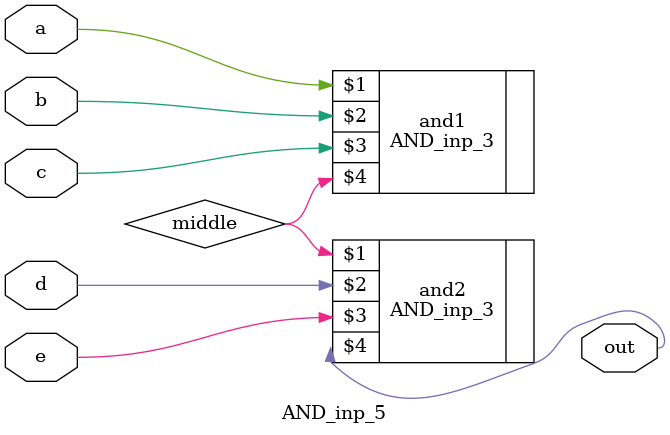
<source format=v>
module AND_inp_5 (input a , b, c, d, e, output out);
    wire middle;
    AND_inp_3 and1(a, b, c, middle);
    AND_inp_3 and2(middle, d, e, out);
endmodule
</source>
